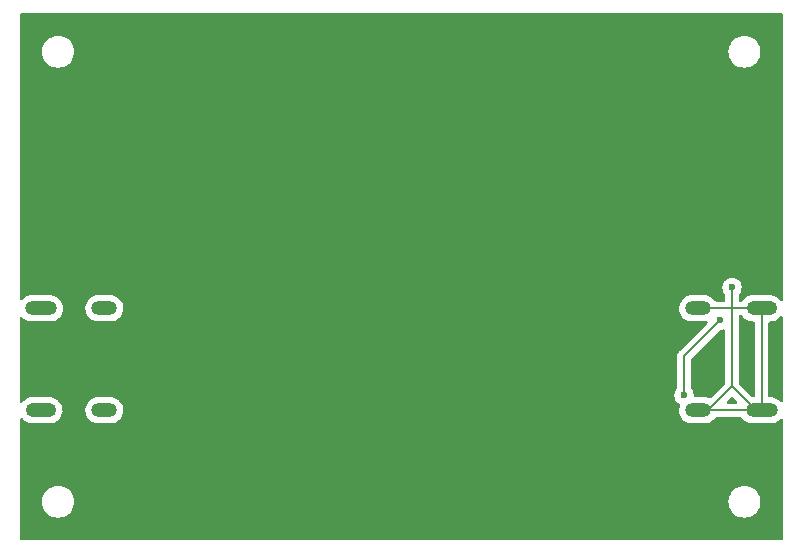
<source format=gbr>
%TF.GenerationSoftware,KiCad,Pcbnew,7.0.0-da2b9df05c~171~ubuntu22.04.1*%
%TF.CreationDate,2023-03-09T10:18:31-08:00*%
%TF.ProjectId,CAD,4341442e-6b69-4636-9164-5f7063625858,rev?*%
%TF.SameCoordinates,Original*%
%TF.FileFunction,Copper,L2,Bot*%
%TF.FilePolarity,Positive*%
%FSLAX46Y46*%
G04 Gerber Fmt 4.6, Leading zero omitted, Abs format (unit mm)*
G04 Created by KiCad (PCBNEW 7.0.0-da2b9df05c~171~ubuntu22.04.1) date 2023-03-09 10:18:31*
%MOMM*%
%LPD*%
G01*
G04 APERTURE LIST*
%TA.AperFunction,ComponentPad*%
%ADD10O,2.200000X1.200000*%
%TD*%
%TA.AperFunction,ComponentPad*%
%ADD11O,2.700000X1.200000*%
%TD*%
%TA.AperFunction,ComponentPad*%
%ADD12O,2.600000X1.200000*%
%TD*%
%TA.AperFunction,ViaPad*%
%ADD13C,0.600000*%
%TD*%
%TA.AperFunction,Conductor*%
%ADD14C,0.127000*%
%TD*%
G04 APERTURE END LIST*
D10*
%TO.P,U24,S1,usb-c-pinout_shield*%
%TO.N,Net-(U24-usb-c-pinout_shield-PadS1)*%
X457139999Y-290819999D03*
%TO.P,U24,S2,usb-c-pinout_shield*%
X457139999Y-282179999D03*
D11*
%TO.P,U24,S3,usb-c-pinout_shield*%
X462499999Y-290819999D03*
D12*
%TO.P,U24,S4,usb-c-pinout_shield*%
X462499999Y-282179999D03*
%TD*%
D10*
%TO.P,U23,S1,usb-c-pinout_shield*%
%TO.N,/2: /POWER*%
X406859999Y-282179999D03*
%TO.P,U23,S2,usb-c-pinout_shield*%
X406859999Y-290819999D03*
D11*
%TO.P,U23,S3,usb-c-pinout_shield*%
X401499999Y-282179999D03*
D12*
%TO.P,U23,S4,usb-c-pinout_shield*%
X401499999Y-290819999D03*
%TD*%
D13*
%TO.N,Net-(B1-power_gnd)*%
X408686000Y-297180000D03*
X433070000Y-263144000D03*
X431546000Y-271018000D03*
X414274000Y-288290000D03*
X448818000Y-268478000D03*
X440690000Y-263144000D03*
X420116000Y-282448000D03*
X425958000Y-276606000D03*
%TO.N,/2: /GND-usb*%
X458978000Y-283210000D03*
X455930000Y-289560000D03*
%TO.N,Net-(U24-usb-c-pinout_shield-PadS1)*%
X459994000Y-280416000D03*
%TD*%
D14*
%TO.N,Net-(B1-power_gnd)*%
X433070000Y-263144000D02*
X440690000Y-263144000D01*
%TO.N,/2: /GND-usb*%
X455930000Y-286258000D02*
X455930000Y-289560000D01*
X458978000Y-283210000D02*
X455930000Y-286258000D01*
%TO.N,Net-(U24-usb-c-pinout_shield-PadS1)*%
X462016000Y-290820000D02*
X462500000Y-290820000D01*
X462500000Y-282180000D02*
X462500000Y-290820000D01*
X457140000Y-290820000D02*
X462500000Y-290820000D01*
X459994000Y-288798000D02*
X462016000Y-290820000D01*
X459994000Y-288798000D02*
X457972000Y-290820000D01*
X457972000Y-290820000D02*
X457140000Y-290820000D01*
X462500000Y-282180000D02*
X457140000Y-282180000D01*
X459994000Y-280416000D02*
X459994000Y-288798000D01*
%TD*%
%TA.AperFunction,Conductor*%
%TO.N,Net-(B1-power_gnd)*%
G36*
X464237500Y-257217113D02*
G01*
X464282887Y-257262500D01*
X464299500Y-257324500D01*
X464299500Y-281425107D01*
X464284048Y-281485051D01*
X464241544Y-281530056D01*
X464182579Y-281548905D01*
X464121851Y-281536900D01*
X464074493Y-281497034D01*
X464059265Y-281475650D01*
X464041559Y-281450785D01*
X463888346Y-281304697D01*
X463710254Y-281190244D01*
X463704774Y-281188050D01*
X463704768Y-281188047D01*
X463519203Y-281113758D01*
X463519196Y-281113756D01*
X463513721Y-281111564D01*
X463507926Y-281110447D01*
X463507919Y-281110445D01*
X463311646Y-281072617D01*
X463311643Y-281072616D01*
X463305849Y-281071500D01*
X461747197Y-281071500D01*
X461744268Y-281071779D01*
X461744261Y-281071780D01*
X461595141Y-281086019D01*
X461595135Y-281086020D01*
X461589261Y-281086581D01*
X461583593Y-281088245D01*
X461583589Y-281088246D01*
X461391812Y-281144556D01*
X461391802Y-281144559D01*
X461386138Y-281146223D01*
X461380880Y-281148933D01*
X461380879Y-281148934D01*
X461203224Y-281240522D01*
X461203220Y-281240524D01*
X461197974Y-281243229D01*
X461193340Y-281246872D01*
X461193334Y-281246877D01*
X461036208Y-281370442D01*
X461036201Y-281370448D01*
X461031568Y-281374092D01*
X461027704Y-281378550D01*
X461027701Y-281378554D01*
X460896804Y-281529615D01*
X460896796Y-281529626D01*
X460892935Y-281534082D01*
X460889984Y-281539192D01*
X460889977Y-281539203D01*
X460886055Y-281545998D01*
X460840668Y-281591387D01*
X460778667Y-281608000D01*
X460690000Y-281608000D01*
X460628000Y-281591387D01*
X460582613Y-281546000D01*
X460566000Y-281484000D01*
X460566000Y-281038754D01*
X460575439Y-280991301D01*
X460602319Y-280951073D01*
X460602318Y-280951073D01*
X460630111Y-280923281D01*
X460727043Y-280769015D01*
X460787217Y-280597047D01*
X460807616Y-280416000D01*
X460787217Y-280234953D01*
X460727043Y-280062985D01*
X460630111Y-279908719D01*
X460501281Y-279779889D01*
X460347015Y-279682957D01*
X460340449Y-279680659D01*
X460340446Y-279680658D01*
X460181621Y-279625083D01*
X460181618Y-279625082D01*
X460175047Y-279622783D01*
X460168130Y-279622003D01*
X460168123Y-279622002D01*
X460000923Y-279603164D01*
X459994000Y-279602384D01*
X459987077Y-279603164D01*
X459819876Y-279622002D01*
X459819867Y-279622003D01*
X459812953Y-279622783D01*
X459806383Y-279625081D01*
X459806378Y-279625083D01*
X459647553Y-279680658D01*
X459647547Y-279680660D01*
X459640985Y-279682957D01*
X459635097Y-279686656D01*
X459635092Y-279686659D01*
X459492619Y-279776181D01*
X459492614Y-279776184D01*
X459486719Y-279779889D01*
X459481794Y-279784813D01*
X459481790Y-279784817D01*
X459362817Y-279903790D01*
X459362813Y-279903794D01*
X459357889Y-279908719D01*
X459354184Y-279914614D01*
X459354181Y-279914619D01*
X459264659Y-280057092D01*
X459264656Y-280057097D01*
X459260957Y-280062985D01*
X459258660Y-280069547D01*
X459258658Y-280069553D01*
X459203083Y-280228378D01*
X459203081Y-280228383D01*
X459200783Y-280234953D01*
X459200003Y-280241867D01*
X459200002Y-280241876D01*
X459181164Y-280409077D01*
X459180384Y-280416000D01*
X459181164Y-280422923D01*
X459200002Y-280590123D01*
X459200003Y-280590130D01*
X459200783Y-280597047D01*
X459260957Y-280769015D01*
X459357889Y-280923281D01*
X459362817Y-280928209D01*
X459385681Y-280951073D01*
X459412561Y-280991301D01*
X459422000Y-281038754D01*
X459422000Y-281484000D01*
X459405387Y-281546000D01*
X459360000Y-281591387D01*
X459298000Y-281608000D01*
X458657438Y-281608000D01*
X458600618Y-281594216D01*
X458556430Y-281555927D01*
X458537693Y-281529615D01*
X458481559Y-281450785D01*
X458328346Y-281304697D01*
X458150254Y-281190244D01*
X458144774Y-281188050D01*
X458144768Y-281188047D01*
X457959203Y-281113758D01*
X457959196Y-281113756D01*
X457953721Y-281111564D01*
X457947926Y-281110447D01*
X457947919Y-281110445D01*
X457751646Y-281072617D01*
X457751643Y-281072616D01*
X457745849Y-281071500D01*
X456587197Y-281071500D01*
X456584268Y-281071779D01*
X456584261Y-281071780D01*
X456435141Y-281086019D01*
X456435135Y-281086020D01*
X456429261Y-281086581D01*
X456423593Y-281088245D01*
X456423589Y-281088246D01*
X456231812Y-281144556D01*
X456231802Y-281144559D01*
X456226138Y-281146223D01*
X456220880Y-281148933D01*
X456220879Y-281148934D01*
X456043224Y-281240522D01*
X456043220Y-281240524D01*
X456037974Y-281243229D01*
X456033340Y-281246872D01*
X456033334Y-281246877D01*
X455876208Y-281370442D01*
X455876201Y-281370448D01*
X455871568Y-281374092D01*
X455867704Y-281378550D01*
X455867701Y-281378554D01*
X455736801Y-281529620D01*
X455732935Y-281534082D01*
X455729984Y-281539192D01*
X455729982Y-281539196D01*
X455630042Y-281712298D01*
X455630038Y-281712306D01*
X455627087Y-281717418D01*
X455625155Y-281722998D01*
X455625154Y-281723002D01*
X455559780Y-281911886D01*
X455559778Y-281911892D01*
X455557847Y-281917473D01*
X455557006Y-281923316D01*
X455557005Y-281923324D01*
X455528558Y-282121176D01*
X455528557Y-282121182D01*
X455527719Y-282127016D01*
X455527999Y-282132900D01*
X455527999Y-282132907D01*
X455532486Y-282227092D01*
X455537792Y-282338474D01*
X455587702Y-282544204D01*
X455590155Y-282549575D01*
X455590157Y-282549581D01*
X455634967Y-282647701D01*
X455675644Y-282736771D01*
X455679073Y-282741586D01*
X455679074Y-282741588D01*
X455735483Y-282820803D01*
X455798441Y-282909215D01*
X455951654Y-283055303D01*
X456129746Y-283169756D01*
X456135229Y-283171951D01*
X456135231Y-283171952D01*
X456320796Y-283246241D01*
X456326279Y-283248436D01*
X456534151Y-283288500D01*
X457689849Y-283288500D01*
X457692803Y-283288500D01*
X457709511Y-283286904D01*
X457789183Y-283279297D01*
X457848696Y-283288287D01*
X457896964Y-283324241D01*
X457922617Y-283378688D01*
X457919610Y-283438801D01*
X457888652Y-283490416D01*
X455557789Y-285821279D01*
X455545599Y-285831970D01*
X455528491Y-285845098D01*
X455528488Y-285845100D01*
X455522045Y-285850045D01*
X455517104Y-285856483D01*
X455517100Y-285856488D01*
X455435306Y-285963084D01*
X455435303Y-285963087D01*
X455430359Y-285969532D01*
X455427250Y-285977036D01*
X455427248Y-285977041D01*
X455375834Y-286101167D01*
X455372723Y-286108678D01*
X455371662Y-286116731D01*
X455371661Y-286116738D01*
X455358000Y-286220507D01*
X455358000Y-286220508D01*
X455358000Y-286220514D01*
X455353065Y-286258000D01*
X455354126Y-286266059D01*
X455356939Y-286287427D01*
X455358000Y-286303612D01*
X455358000Y-288937246D01*
X455348561Y-288984699D01*
X455321681Y-289024927D01*
X455298817Y-289047790D01*
X455298813Y-289047794D01*
X455293889Y-289052719D01*
X455290184Y-289058614D01*
X455290181Y-289058619D01*
X455200659Y-289201092D01*
X455200656Y-289201097D01*
X455196957Y-289206985D01*
X455194660Y-289213547D01*
X455194658Y-289213553D01*
X455139083Y-289372378D01*
X455139081Y-289372383D01*
X455136783Y-289378953D01*
X455136003Y-289385867D01*
X455136002Y-289385876D01*
X455117164Y-289553077D01*
X455116384Y-289560000D01*
X455117164Y-289566923D01*
X455136002Y-289734123D01*
X455136003Y-289734130D01*
X455136783Y-289741047D01*
X455139082Y-289747618D01*
X455139083Y-289747621D01*
X455167225Y-289828047D01*
X455196957Y-289913015D01*
X455200658Y-289918905D01*
X455200659Y-289918907D01*
X455260468Y-290014092D01*
X455293889Y-290067281D01*
X455422719Y-290196111D01*
X455428619Y-290199818D01*
X455552999Y-290277972D01*
X455591946Y-290316875D01*
X455610216Y-290368803D01*
X455604207Y-290423522D01*
X455559781Y-290551882D01*
X455559778Y-290551892D01*
X455557847Y-290557473D01*
X455557006Y-290563316D01*
X455557005Y-290563324D01*
X455528558Y-290761176D01*
X455528557Y-290761182D01*
X455527719Y-290767016D01*
X455527999Y-290772900D01*
X455527999Y-290772907D01*
X455532486Y-290867092D01*
X455537792Y-290978474D01*
X455587702Y-291184204D01*
X455590155Y-291189575D01*
X455590157Y-291189581D01*
X455634967Y-291287701D01*
X455675644Y-291376771D01*
X455679073Y-291381586D01*
X455679074Y-291381588D01*
X455774040Y-291514949D01*
X455798441Y-291549215D01*
X455951654Y-291695303D01*
X456129746Y-291809756D01*
X456135229Y-291811951D01*
X456135231Y-291811952D01*
X456320796Y-291886241D01*
X456326279Y-291888436D01*
X456534151Y-291928500D01*
X457689849Y-291928500D01*
X457692803Y-291928500D01*
X457850739Y-291913419D01*
X458053862Y-291853777D01*
X458242026Y-291756771D01*
X458408432Y-291625908D01*
X458547065Y-291465918D01*
X458553944Y-291454002D01*
X458599332Y-291408613D01*
X458661333Y-291392000D01*
X460732562Y-291392000D01*
X460789382Y-291405784D01*
X460833569Y-291444072D01*
X460908441Y-291549215D01*
X461061654Y-291695303D01*
X461239746Y-291809756D01*
X461245229Y-291811951D01*
X461245231Y-291811952D01*
X461430796Y-291886241D01*
X461436279Y-291888436D01*
X461644151Y-291928500D01*
X463299849Y-291928500D01*
X463302803Y-291928500D01*
X463460739Y-291913419D01*
X463663862Y-291853777D01*
X463852026Y-291756771D01*
X464018432Y-291625908D01*
X464081786Y-291552793D01*
X464130512Y-291518445D01*
X464189635Y-291510804D01*
X464245491Y-291531638D01*
X464285170Y-291576129D01*
X464299500Y-291633996D01*
X464299500Y-301675500D01*
X464282887Y-301737500D01*
X464237500Y-301782887D01*
X464175500Y-301799500D01*
X399824500Y-301799500D01*
X399762500Y-301782887D01*
X399717113Y-301737500D01*
X399700500Y-301675500D01*
X399700500Y-298550000D01*
X401594341Y-298550000D01*
X401614937Y-298785408D01*
X401616336Y-298790630D01*
X401616337Y-298790634D01*
X401674694Y-299008430D01*
X401674697Y-299008438D01*
X401676097Y-299013663D01*
X401775965Y-299227829D01*
X401911505Y-299421401D01*
X402078599Y-299588495D01*
X402272171Y-299724035D01*
X402486337Y-299823903D01*
X402714592Y-299885063D01*
X402891034Y-299900500D01*
X403006258Y-299900500D01*
X403008966Y-299900500D01*
X403185408Y-299885063D01*
X403413663Y-299823903D01*
X403627829Y-299724035D01*
X403821401Y-299588495D01*
X403988495Y-299421401D01*
X404124035Y-299227830D01*
X404223903Y-299013663D01*
X404285063Y-298785408D01*
X404305659Y-298550000D01*
X459694341Y-298550000D01*
X459714937Y-298785408D01*
X459716336Y-298790630D01*
X459716337Y-298790634D01*
X459774694Y-299008430D01*
X459774697Y-299008438D01*
X459776097Y-299013663D01*
X459875965Y-299227829D01*
X460011505Y-299421401D01*
X460178599Y-299588495D01*
X460372171Y-299724035D01*
X460586337Y-299823903D01*
X460814592Y-299885063D01*
X460991034Y-299900500D01*
X461106258Y-299900500D01*
X461108966Y-299900500D01*
X461285408Y-299885063D01*
X461513663Y-299823903D01*
X461727829Y-299724035D01*
X461921401Y-299588495D01*
X462088495Y-299421401D01*
X462224035Y-299227830D01*
X462323903Y-299013663D01*
X462385063Y-298785408D01*
X462405659Y-298550000D01*
X462385063Y-298314592D01*
X462323903Y-298086337D01*
X462224035Y-297872171D01*
X462088495Y-297678599D01*
X461921401Y-297511505D01*
X461727829Y-297375965D01*
X461513663Y-297276097D01*
X461508438Y-297274697D01*
X461508430Y-297274694D01*
X461290634Y-297216337D01*
X461290630Y-297216336D01*
X461285408Y-297214937D01*
X461280020Y-297214465D01*
X461280017Y-297214465D01*
X461111664Y-297199736D01*
X461111662Y-297199735D01*
X461108966Y-297199500D01*
X460991034Y-297199500D01*
X460988338Y-297199735D01*
X460988335Y-297199736D01*
X460819982Y-297214465D01*
X460819977Y-297214465D01*
X460814592Y-297214937D01*
X460809371Y-297216335D01*
X460809365Y-297216337D01*
X460591569Y-297274694D01*
X460591557Y-297274698D01*
X460586337Y-297276097D01*
X460581432Y-297278383D01*
X460581427Y-297278386D01*
X460377081Y-297373675D01*
X460377077Y-297373677D01*
X460372171Y-297375965D01*
X460367738Y-297379068D01*
X460367731Y-297379073D01*
X460183034Y-297508399D01*
X460183029Y-297508402D01*
X460178599Y-297511505D01*
X460174775Y-297515328D01*
X460174769Y-297515334D01*
X460015336Y-297674767D01*
X460015330Y-297674773D01*
X460011505Y-297678599D01*
X460008406Y-297683023D01*
X460008399Y-297683033D01*
X459879066Y-297867740D01*
X459879061Y-297867747D01*
X459875965Y-297872170D01*
X459873683Y-297877061D01*
X459873678Y-297877072D01*
X459778386Y-298081427D01*
X459778383Y-298081432D01*
X459776097Y-298086337D01*
X459774698Y-298091557D01*
X459774694Y-298091569D01*
X459716337Y-298309365D01*
X459716335Y-298309371D01*
X459714937Y-298314592D01*
X459694341Y-298550000D01*
X404305659Y-298550000D01*
X404285063Y-298314592D01*
X404223903Y-298086337D01*
X404124035Y-297872171D01*
X403988495Y-297678599D01*
X403821401Y-297511505D01*
X403627829Y-297375965D01*
X403413663Y-297276097D01*
X403408438Y-297274697D01*
X403408430Y-297274694D01*
X403190634Y-297216337D01*
X403190630Y-297216336D01*
X403185408Y-297214937D01*
X403180020Y-297214465D01*
X403180017Y-297214465D01*
X403011664Y-297199736D01*
X403011662Y-297199735D01*
X403008966Y-297199500D01*
X402891034Y-297199500D01*
X402888338Y-297199735D01*
X402888335Y-297199736D01*
X402719982Y-297214465D01*
X402719977Y-297214465D01*
X402714592Y-297214937D01*
X402709371Y-297216335D01*
X402709365Y-297216337D01*
X402491569Y-297274694D01*
X402491557Y-297274698D01*
X402486337Y-297276097D01*
X402481432Y-297278383D01*
X402481427Y-297278386D01*
X402277081Y-297373675D01*
X402277077Y-297373677D01*
X402272171Y-297375965D01*
X402267738Y-297379068D01*
X402267731Y-297379073D01*
X402083034Y-297508399D01*
X402083029Y-297508402D01*
X402078599Y-297511505D01*
X402074775Y-297515328D01*
X402074769Y-297515334D01*
X401915336Y-297674767D01*
X401915330Y-297674773D01*
X401911505Y-297678599D01*
X401908406Y-297683023D01*
X401908399Y-297683033D01*
X401779066Y-297867740D01*
X401779061Y-297867747D01*
X401775965Y-297872170D01*
X401773683Y-297877061D01*
X401773678Y-297877072D01*
X401678386Y-298081427D01*
X401678383Y-298081432D01*
X401676097Y-298086337D01*
X401674698Y-298091557D01*
X401674694Y-298091569D01*
X401616337Y-298309365D01*
X401616335Y-298309371D01*
X401614937Y-298314592D01*
X401594341Y-298550000D01*
X399700500Y-298550000D01*
X399700500Y-291574893D01*
X399715952Y-291514949D01*
X399758456Y-291469944D01*
X399817421Y-291451095D01*
X399878149Y-291463100D01*
X399925507Y-291502966D01*
X399934040Y-291514949D01*
X399958441Y-291549215D01*
X400111654Y-291695303D01*
X400289746Y-291809756D01*
X400295229Y-291811951D01*
X400295231Y-291811952D01*
X400480796Y-291886241D01*
X400486279Y-291888436D01*
X400694151Y-291928500D01*
X402249849Y-291928500D01*
X402252803Y-291928500D01*
X402410739Y-291913419D01*
X402613862Y-291853777D01*
X402802026Y-291756771D01*
X402968432Y-291625908D01*
X403107065Y-291465918D01*
X403212913Y-291282582D01*
X403282153Y-291082527D01*
X403312281Y-290872984D01*
X403307233Y-290767016D01*
X405247719Y-290767016D01*
X405247999Y-290772900D01*
X405247999Y-290772907D01*
X405252486Y-290867092D01*
X405257792Y-290978474D01*
X405307702Y-291184204D01*
X405310155Y-291189575D01*
X405310157Y-291189581D01*
X405354967Y-291287701D01*
X405395644Y-291376771D01*
X405399073Y-291381586D01*
X405399074Y-291381588D01*
X405494040Y-291514949D01*
X405518441Y-291549215D01*
X405671654Y-291695303D01*
X405849746Y-291809756D01*
X405855229Y-291811951D01*
X405855231Y-291811952D01*
X406040796Y-291886241D01*
X406046279Y-291888436D01*
X406254151Y-291928500D01*
X407409849Y-291928500D01*
X407412803Y-291928500D01*
X407570739Y-291913419D01*
X407773862Y-291853777D01*
X407962026Y-291756771D01*
X408128432Y-291625908D01*
X408267065Y-291465918D01*
X408372913Y-291282582D01*
X408442153Y-291082527D01*
X408472281Y-290872984D01*
X408462208Y-290661526D01*
X408412298Y-290455796D01*
X408324356Y-290263229D01*
X408201559Y-290090785D01*
X408117298Y-290010442D01*
X408052619Y-289948771D01*
X408052617Y-289948769D01*
X408048346Y-289944697D01*
X407870254Y-289830244D01*
X407864774Y-289828050D01*
X407864768Y-289828047D01*
X407679203Y-289753758D01*
X407679196Y-289753756D01*
X407673721Y-289751564D01*
X407667926Y-289750447D01*
X407667919Y-289750445D01*
X407471646Y-289712617D01*
X407471643Y-289712616D01*
X407465849Y-289711500D01*
X406307197Y-289711500D01*
X406304268Y-289711779D01*
X406304261Y-289711780D01*
X406155141Y-289726019D01*
X406155135Y-289726020D01*
X406149261Y-289726581D01*
X406143593Y-289728245D01*
X406143589Y-289728246D01*
X405951812Y-289784556D01*
X405951802Y-289784559D01*
X405946138Y-289786223D01*
X405940880Y-289788933D01*
X405940879Y-289788934D01*
X405763224Y-289880522D01*
X405763220Y-289880524D01*
X405757974Y-289883229D01*
X405753340Y-289886872D01*
X405753334Y-289886877D01*
X405596208Y-290010442D01*
X405596201Y-290010448D01*
X405591568Y-290014092D01*
X405587704Y-290018550D01*
X405587701Y-290018554D01*
X405456801Y-290169620D01*
X405452935Y-290174082D01*
X405449984Y-290179192D01*
X405449982Y-290179196D01*
X405350042Y-290352298D01*
X405350038Y-290352306D01*
X405347087Y-290357418D01*
X405345155Y-290362998D01*
X405345154Y-290363002D01*
X405279780Y-290551886D01*
X405279778Y-290551892D01*
X405277847Y-290557473D01*
X405277006Y-290563316D01*
X405277005Y-290563324D01*
X405248558Y-290761176D01*
X405248557Y-290761182D01*
X405247719Y-290767016D01*
X403307233Y-290767016D01*
X403302208Y-290661526D01*
X403252298Y-290455796D01*
X403164356Y-290263229D01*
X403041559Y-290090785D01*
X402957298Y-290010442D01*
X402892619Y-289948771D01*
X402892617Y-289948769D01*
X402888346Y-289944697D01*
X402710254Y-289830244D01*
X402704774Y-289828050D01*
X402704768Y-289828047D01*
X402519203Y-289753758D01*
X402519196Y-289753756D01*
X402513721Y-289751564D01*
X402507926Y-289750447D01*
X402507919Y-289750445D01*
X402311646Y-289712617D01*
X402311643Y-289712616D01*
X402305849Y-289711500D01*
X400747197Y-289711500D01*
X400744268Y-289711779D01*
X400744261Y-289711780D01*
X400595141Y-289726019D01*
X400595135Y-289726020D01*
X400589261Y-289726581D01*
X400583593Y-289728245D01*
X400583589Y-289728246D01*
X400391812Y-289784556D01*
X400391802Y-289784559D01*
X400386138Y-289786223D01*
X400380880Y-289788933D01*
X400380879Y-289788934D01*
X400203224Y-289880522D01*
X400203220Y-289880524D01*
X400197974Y-289883229D01*
X400193340Y-289886872D01*
X400193334Y-289886877D01*
X400036208Y-290010442D01*
X400036201Y-290010448D01*
X400031568Y-290014092D01*
X400027704Y-290018550D01*
X400027701Y-290018554D01*
X399918213Y-290144910D01*
X399869488Y-290179258D01*
X399810365Y-290186899D01*
X399754509Y-290166065D01*
X399714830Y-290121574D01*
X399700500Y-290063707D01*
X399700500Y-283000511D01*
X399713748Y-282944743D01*
X399750663Y-282900891D01*
X399803355Y-282878327D01*
X399860566Y-282881872D01*
X399910069Y-282910767D01*
X400061654Y-283055303D01*
X400239746Y-283169756D01*
X400245229Y-283171951D01*
X400245231Y-283171952D01*
X400430796Y-283246241D01*
X400436279Y-283248436D01*
X400644151Y-283288500D01*
X402299849Y-283288500D01*
X402302803Y-283288500D01*
X402460739Y-283273419D01*
X402663862Y-283213777D01*
X402852026Y-283116771D01*
X403018432Y-282985908D01*
X403157065Y-282825918D01*
X403262913Y-282642582D01*
X403332153Y-282442527D01*
X403362281Y-282232984D01*
X403357233Y-282127016D01*
X405247719Y-282127016D01*
X405247999Y-282132900D01*
X405247999Y-282132907D01*
X405252486Y-282227092D01*
X405257792Y-282338474D01*
X405307702Y-282544204D01*
X405310155Y-282549575D01*
X405310157Y-282549581D01*
X405354967Y-282647701D01*
X405395644Y-282736771D01*
X405399073Y-282741586D01*
X405399074Y-282741588D01*
X405455483Y-282820803D01*
X405518441Y-282909215D01*
X405671654Y-283055303D01*
X405849746Y-283169756D01*
X405855229Y-283171951D01*
X405855231Y-283171952D01*
X406040796Y-283246241D01*
X406046279Y-283248436D01*
X406254151Y-283288500D01*
X407409849Y-283288500D01*
X407412803Y-283288500D01*
X407570739Y-283273419D01*
X407773862Y-283213777D01*
X407962026Y-283116771D01*
X408128432Y-282985908D01*
X408267065Y-282825918D01*
X408372913Y-282642582D01*
X408442153Y-282442527D01*
X408472281Y-282232984D01*
X408462208Y-282021526D01*
X408412298Y-281815796D01*
X408324356Y-281623229D01*
X408201559Y-281450785D01*
X408048346Y-281304697D01*
X407870254Y-281190244D01*
X407864774Y-281188050D01*
X407864768Y-281188047D01*
X407679203Y-281113758D01*
X407679196Y-281113756D01*
X407673721Y-281111564D01*
X407667926Y-281110447D01*
X407667919Y-281110445D01*
X407471646Y-281072617D01*
X407471643Y-281072616D01*
X407465849Y-281071500D01*
X406307197Y-281071500D01*
X406304268Y-281071779D01*
X406304261Y-281071780D01*
X406155141Y-281086019D01*
X406155135Y-281086020D01*
X406149261Y-281086581D01*
X406143593Y-281088245D01*
X406143589Y-281088246D01*
X405951812Y-281144556D01*
X405951802Y-281144559D01*
X405946138Y-281146223D01*
X405940880Y-281148933D01*
X405940879Y-281148934D01*
X405763224Y-281240522D01*
X405763220Y-281240524D01*
X405757974Y-281243229D01*
X405753340Y-281246872D01*
X405753334Y-281246877D01*
X405596208Y-281370442D01*
X405596201Y-281370448D01*
X405591568Y-281374092D01*
X405587704Y-281378550D01*
X405587701Y-281378554D01*
X405456801Y-281529620D01*
X405452935Y-281534082D01*
X405449984Y-281539192D01*
X405449982Y-281539196D01*
X405350042Y-281712298D01*
X405350038Y-281712306D01*
X405347087Y-281717418D01*
X405345155Y-281722998D01*
X405345154Y-281723002D01*
X405279780Y-281911886D01*
X405279778Y-281911892D01*
X405277847Y-281917473D01*
X405277006Y-281923316D01*
X405277005Y-281923324D01*
X405248558Y-282121176D01*
X405248557Y-282121182D01*
X405247719Y-282127016D01*
X403357233Y-282127016D01*
X403352208Y-282021526D01*
X403302298Y-281815796D01*
X403214356Y-281623229D01*
X403091559Y-281450785D01*
X402938346Y-281304697D01*
X402760254Y-281190244D01*
X402754774Y-281188050D01*
X402754768Y-281188047D01*
X402569203Y-281113758D01*
X402569196Y-281113756D01*
X402563721Y-281111564D01*
X402557926Y-281110447D01*
X402557919Y-281110445D01*
X402361646Y-281072617D01*
X402361643Y-281072616D01*
X402355849Y-281071500D01*
X400697197Y-281071500D01*
X400694268Y-281071779D01*
X400694261Y-281071780D01*
X400545141Y-281086019D01*
X400545135Y-281086020D01*
X400539261Y-281086581D01*
X400533593Y-281088245D01*
X400533589Y-281088246D01*
X400341812Y-281144556D01*
X400341802Y-281144559D01*
X400336138Y-281146223D01*
X400330880Y-281148933D01*
X400330879Y-281148934D01*
X400153224Y-281240522D01*
X400153220Y-281240524D01*
X400147974Y-281243229D01*
X400143340Y-281246872D01*
X400143334Y-281246877D01*
X399986208Y-281370442D01*
X399986201Y-281370448D01*
X399981568Y-281374092D01*
X399977704Y-281378550D01*
X399977701Y-281378554D01*
X399918213Y-281447207D01*
X399869488Y-281481555D01*
X399810365Y-281489196D01*
X399754509Y-281468362D01*
X399714830Y-281423871D01*
X399700500Y-281366004D01*
X399700500Y-260450000D01*
X401594341Y-260450000D01*
X401614937Y-260685408D01*
X401616336Y-260690630D01*
X401616337Y-260690634D01*
X401674694Y-260908430D01*
X401674697Y-260908438D01*
X401676097Y-260913663D01*
X401775965Y-261127829D01*
X401911505Y-261321401D01*
X402078599Y-261488495D01*
X402272171Y-261624035D01*
X402486337Y-261723903D01*
X402714592Y-261785063D01*
X402891034Y-261800500D01*
X403006258Y-261800500D01*
X403008966Y-261800500D01*
X403185408Y-261785063D01*
X403413663Y-261723903D01*
X403627829Y-261624035D01*
X403821401Y-261488495D01*
X403988495Y-261321401D01*
X404124035Y-261127830D01*
X404223903Y-260913663D01*
X404285063Y-260685408D01*
X404305659Y-260450000D01*
X459694341Y-260450000D01*
X459714937Y-260685408D01*
X459716336Y-260690630D01*
X459716337Y-260690634D01*
X459774694Y-260908430D01*
X459774697Y-260908438D01*
X459776097Y-260913663D01*
X459875965Y-261127829D01*
X460011505Y-261321401D01*
X460178599Y-261488495D01*
X460372171Y-261624035D01*
X460586337Y-261723903D01*
X460814592Y-261785063D01*
X460991034Y-261800500D01*
X461106258Y-261800500D01*
X461108966Y-261800500D01*
X461285408Y-261785063D01*
X461513663Y-261723903D01*
X461727829Y-261624035D01*
X461921401Y-261488495D01*
X462088495Y-261321401D01*
X462224035Y-261127830D01*
X462323903Y-260913663D01*
X462385063Y-260685408D01*
X462405659Y-260450000D01*
X462385063Y-260214592D01*
X462323903Y-259986337D01*
X462224035Y-259772171D01*
X462088495Y-259578599D01*
X461921401Y-259411505D01*
X461727829Y-259275965D01*
X461513663Y-259176097D01*
X461508438Y-259174697D01*
X461508430Y-259174694D01*
X461290634Y-259116337D01*
X461290630Y-259116336D01*
X461285408Y-259114937D01*
X461280020Y-259114465D01*
X461280017Y-259114465D01*
X461111664Y-259099736D01*
X461111662Y-259099735D01*
X461108966Y-259099500D01*
X460991034Y-259099500D01*
X460988338Y-259099735D01*
X460988335Y-259099736D01*
X460819982Y-259114465D01*
X460819977Y-259114465D01*
X460814592Y-259114937D01*
X460809371Y-259116335D01*
X460809365Y-259116337D01*
X460591569Y-259174694D01*
X460591557Y-259174698D01*
X460586337Y-259176097D01*
X460581432Y-259178383D01*
X460581427Y-259178386D01*
X460377081Y-259273675D01*
X460377077Y-259273677D01*
X460372171Y-259275965D01*
X460367738Y-259279068D01*
X460367731Y-259279073D01*
X460183034Y-259408399D01*
X460183029Y-259408402D01*
X460178599Y-259411505D01*
X460174775Y-259415328D01*
X460174769Y-259415334D01*
X460015336Y-259574767D01*
X460015330Y-259574773D01*
X460011505Y-259578599D01*
X460008406Y-259583023D01*
X460008399Y-259583033D01*
X459879066Y-259767740D01*
X459879061Y-259767747D01*
X459875965Y-259772170D01*
X459873683Y-259777061D01*
X459873678Y-259777072D01*
X459778386Y-259981427D01*
X459778383Y-259981432D01*
X459776097Y-259986337D01*
X459774698Y-259991557D01*
X459774694Y-259991569D01*
X459716337Y-260209365D01*
X459716335Y-260209371D01*
X459714937Y-260214592D01*
X459694341Y-260450000D01*
X404305659Y-260450000D01*
X404285063Y-260214592D01*
X404223903Y-259986337D01*
X404124035Y-259772171D01*
X403988495Y-259578599D01*
X403821401Y-259411505D01*
X403627829Y-259275965D01*
X403413663Y-259176097D01*
X403408438Y-259174697D01*
X403408430Y-259174694D01*
X403190634Y-259116337D01*
X403190630Y-259116336D01*
X403185408Y-259114937D01*
X403180020Y-259114465D01*
X403180017Y-259114465D01*
X403011664Y-259099736D01*
X403011662Y-259099735D01*
X403008966Y-259099500D01*
X402891034Y-259099500D01*
X402888338Y-259099735D01*
X402888335Y-259099736D01*
X402719982Y-259114465D01*
X402719977Y-259114465D01*
X402714592Y-259114937D01*
X402709371Y-259116335D01*
X402709365Y-259116337D01*
X402491569Y-259174694D01*
X402491557Y-259174698D01*
X402486337Y-259176097D01*
X402481432Y-259178383D01*
X402481427Y-259178386D01*
X402277081Y-259273675D01*
X402277077Y-259273677D01*
X402272171Y-259275965D01*
X402267738Y-259279068D01*
X402267731Y-259279073D01*
X402083034Y-259408399D01*
X402083029Y-259408402D01*
X402078599Y-259411505D01*
X402074775Y-259415328D01*
X402074769Y-259415334D01*
X401915336Y-259574767D01*
X401915330Y-259574773D01*
X401911505Y-259578599D01*
X401908406Y-259583023D01*
X401908399Y-259583033D01*
X401779066Y-259767740D01*
X401779061Y-259767747D01*
X401775965Y-259772170D01*
X401773683Y-259777061D01*
X401773678Y-259777072D01*
X401678386Y-259981427D01*
X401678383Y-259981432D01*
X401676097Y-259986337D01*
X401674698Y-259991557D01*
X401674694Y-259991569D01*
X401616337Y-260209365D01*
X401616335Y-260209371D01*
X401614937Y-260214592D01*
X401594341Y-260450000D01*
X399700500Y-260450000D01*
X399700500Y-257324500D01*
X399717113Y-257262500D01*
X399762500Y-257217113D01*
X399824500Y-257200500D01*
X464175500Y-257200500D01*
X464237500Y-257217113D01*
G37*
%TD.AperFunction*%
%TD*%
%TA.AperFunction,NonConductor*%
G36*
X460839382Y-282765784D02*
G01*
X460883569Y-282804072D01*
X460958441Y-282909215D01*
X461111654Y-283055303D01*
X461289746Y-283169756D01*
X461295229Y-283171951D01*
X461295231Y-283171952D01*
X461480796Y-283246241D01*
X461486279Y-283248436D01*
X461694151Y-283288500D01*
X461804000Y-283288500D01*
X461866000Y-283305113D01*
X461911387Y-283350500D01*
X461928000Y-283412500D01*
X461928000Y-289587500D01*
X461911387Y-289649500D01*
X461866000Y-289694887D01*
X461804000Y-289711500D01*
X461767792Y-289711500D01*
X461720339Y-289702061D01*
X461680111Y-289675181D01*
X460602319Y-288597389D01*
X460575439Y-288557161D01*
X460566000Y-288509708D01*
X460566000Y-282876000D01*
X460582613Y-282814000D01*
X460628000Y-282768613D01*
X460690000Y-282752000D01*
X460782562Y-282752000D01*
X460839382Y-282765784D01*
G37*
%TD.AperFunction*%
%TA.AperFunction,NonConductor*%
G36*
X459369755Y-283984839D02*
G01*
X459408167Y-284029054D01*
X459422000Y-284085968D01*
X459422000Y-288509708D01*
X459412561Y-288557161D01*
X459385681Y-288597389D01*
X458209925Y-289773143D01*
X458170151Y-289799834D01*
X458123228Y-289809458D01*
X458076158Y-289800580D01*
X457959203Y-289753758D01*
X457959196Y-289753756D01*
X457953721Y-289751564D01*
X457947926Y-289750447D01*
X457947919Y-289750445D01*
X457751646Y-289712617D01*
X457751643Y-289712616D01*
X457745849Y-289711500D01*
X457739946Y-289711500D01*
X456865302Y-289711500D01*
X456799330Y-289692494D01*
X456753582Y-289641302D01*
X456742082Y-289573618D01*
X456742836Y-289566925D01*
X456742836Y-289566923D01*
X456743616Y-289560000D01*
X456723217Y-289378953D01*
X456663043Y-289206985D01*
X456566111Y-289052719D01*
X456538319Y-289024927D01*
X456511439Y-288984699D01*
X456502000Y-288937246D01*
X456502000Y-286546292D01*
X456511439Y-286498839D01*
X456538319Y-286458611D01*
X457033846Y-285963084D01*
X458942039Y-284054889D01*
X458975916Y-284030853D01*
X459015833Y-284019353D01*
X459159047Y-284003217D01*
X459234653Y-283976761D01*
X459257046Y-283968926D01*
X459315334Y-283963186D01*
X459369755Y-283984839D01*
G37*
%TD.AperFunction*%
%TA.AperFunction,NonConductor*%
G36*
X464245491Y-282833935D02*
G01*
X464285170Y-282878426D01*
X464299500Y-282936293D01*
X464299500Y-289999489D01*
X464286252Y-290055257D01*
X464249337Y-290099109D01*
X464196645Y-290121673D01*
X464139434Y-290118128D01*
X464089930Y-290089232D01*
X464066908Y-290067281D01*
X463938346Y-289944697D01*
X463760254Y-289830244D01*
X463754774Y-289828050D01*
X463754768Y-289828047D01*
X463569203Y-289753758D01*
X463569196Y-289753756D01*
X463563721Y-289751564D01*
X463557926Y-289750447D01*
X463557919Y-289750445D01*
X463361646Y-289712617D01*
X463361643Y-289712616D01*
X463355849Y-289711500D01*
X463349946Y-289711500D01*
X463196000Y-289711500D01*
X463134000Y-289694887D01*
X463088613Y-289649500D01*
X463072000Y-289587500D01*
X463072000Y-283412500D01*
X463088613Y-283350500D01*
X463134000Y-283305113D01*
X463196000Y-283288500D01*
X463249849Y-283288500D01*
X463252803Y-283288500D01*
X463410739Y-283273419D01*
X463613862Y-283213777D01*
X463802026Y-283116771D01*
X463968432Y-282985908D01*
X464081787Y-282855089D01*
X464130512Y-282820742D01*
X464189635Y-282813101D01*
X464245491Y-282833935D01*
G37*
%TD.AperFunction*%
%TA.AperFunction,NonConductor*%
G36*
X460081681Y-289694611D02*
G01*
X460423389Y-290036319D01*
X460453639Y-290085682D01*
X460458181Y-290143398D01*
X460436026Y-290196885D01*
X460392003Y-290234485D01*
X460335708Y-290248000D01*
X459652292Y-290248000D01*
X459595997Y-290234485D01*
X459551974Y-290196885D01*
X459529819Y-290143398D01*
X459534361Y-290085682D01*
X459564611Y-290036319D01*
X459906319Y-289694611D01*
X459961906Y-289662517D01*
X460026094Y-289662517D01*
X460081681Y-289694611D01*
G37*
%TD.AperFunction*%
M02*

</source>
